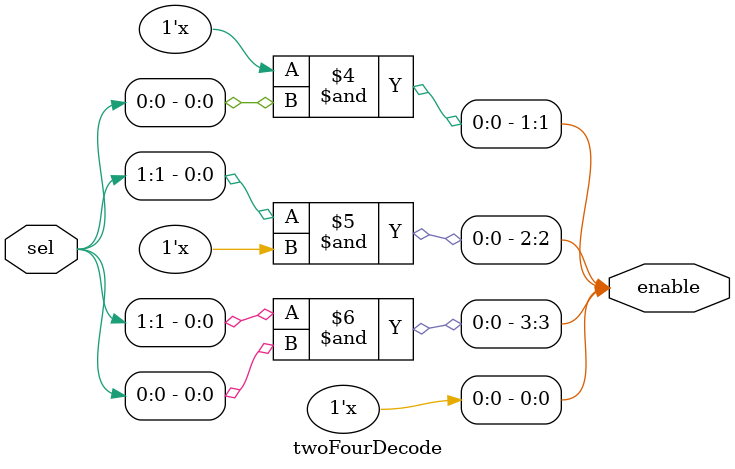
<source format=v>
module twoFourDecode
(
  input [1:0] sel,

  output [3:0] enable
);

  wire [1:0] selI;

  assign notSel[0] = ~sel[0];
  assign notSel[1] = ~i[1];

  assign enable[0] = notSel[1] & notSe[0];
  assign enable[1] = notSel[1] & sel[0];
  assign enable[2] = sel[1] & notSel[0];
  assign enable[3] = sel[1] & sel[0];

endmodule

</source>
